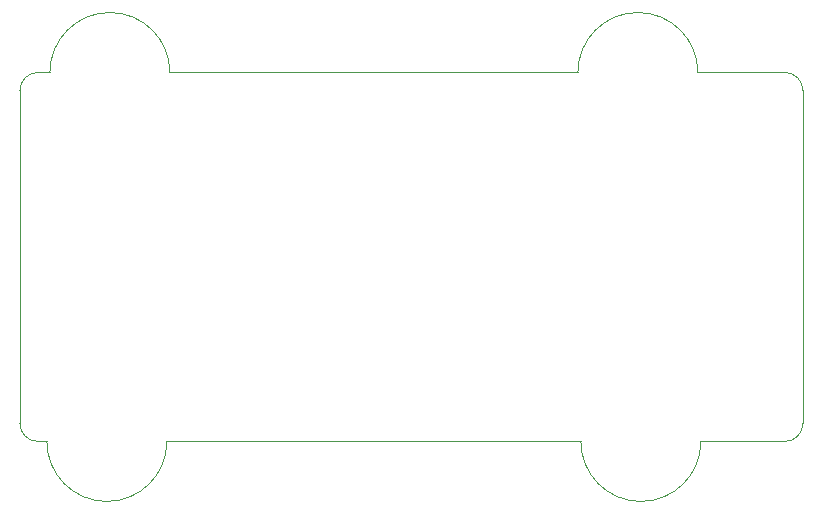
<source format=gbr>
%TF.GenerationSoftware,KiCad,Pcbnew,5.1.6-c6e7f7d~87~ubuntu18.04.1*%
%TF.CreationDate,2021-06-08T23:32:45+01:00*%
%TF.ProjectId,hp_led_driver,68705f6c-6564-45f6-9472-697665722e6b,rev?*%
%TF.SameCoordinates,Original*%
%TF.FileFunction,Profile,NP*%
%FSLAX46Y46*%
G04 Gerber Fmt 4.6, Leading zero omitted, Abs format (unit mm)*
G04 Created by KiCad (PCBNEW 5.1.6-c6e7f7d~87~ubuntu18.04.1) date 2021-06-08 23:32:45*
%MOMM*%
%LPD*%
G01*
G04 APERTURE LIST*
%TA.AperFunction,Profile*%
%ADD10C,0.050000*%
%TD*%
G04 APERTURE END LIST*
D10*
X211328000Y-104394000D02*
G75*
G02*
X209804000Y-105918000I-1524000J0D01*
G01*
X209804000Y-74676000D02*
G75*
G02*
X211328000Y-76200000I0J-1524000D01*
G01*
X145034000Y-76200000D02*
X145034000Y-104394000D01*
X145034000Y-76200000D02*
G75*
G02*
X146558000Y-74676000I1524000J0D01*
G01*
X146558000Y-105918000D02*
G75*
G02*
X145034000Y-104394000I0J1524000D01*
G01*
X146558000Y-74676000D02*
X147574000Y-74676000D01*
X147320000Y-105918000D02*
X146558000Y-105918000D01*
X192532000Y-105918000D02*
X157480000Y-105918000D01*
X209804000Y-105918000D02*
X202692000Y-105918000D01*
X211328000Y-76200000D02*
X211328000Y-104394000D01*
X202438000Y-74676000D02*
X209804000Y-74676000D01*
X157734000Y-74676000D02*
X192278000Y-74676000D01*
X202692000Y-105918000D02*
G75*
G02*
X192532000Y-105918000I-5080000J0D01*
G01*
X192278000Y-74676000D02*
G75*
G02*
X202438000Y-74676000I5080000J0D01*
G01*
X147574000Y-74676000D02*
G75*
G02*
X157734000Y-74676000I5080000J0D01*
G01*
X157480000Y-105918000D02*
G75*
G02*
X147320000Y-105918000I-5080000J0D01*
G01*
M02*

</source>
